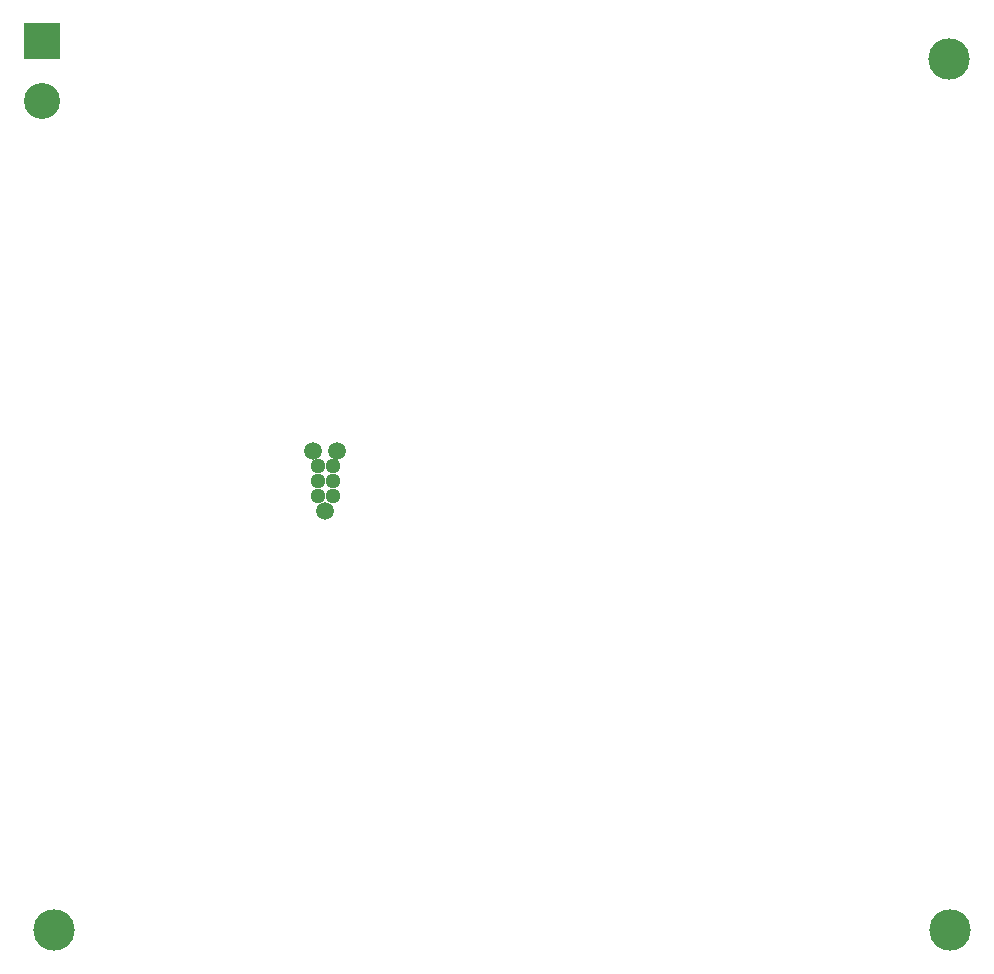
<source format=gbs>
G04 (created by PCBNEW (2013-04-21 BZR 4107)-testing) date Thursday, 13 June 2013 16:51:55*
%MOIN*%
G04 Gerber Fmt 3.4, Leading zero omitted, Abs format*
%FSLAX34Y34*%
G01*
G70*
G90*
G04 APERTURE LIST*
%ADD10C,2.3622e-06*%
%ADD11R,0.12X0.12*%
%ADD12C,0.12*%
%ADD13C,0.0592*%
%ADD14C,0.0509*%
%ADD15C,0.1381*%
G04 APERTURE END LIST*
G54D10*
G54D11*
X63385Y-48212D03*
G54D12*
X63385Y-50212D03*
G54D13*
X72434Y-61893D03*
X73234Y-61893D03*
G54D14*
X73084Y-63393D03*
X73084Y-62893D03*
X73084Y-62393D03*
X72584Y-62393D03*
X72584Y-62893D03*
X72584Y-63393D03*
G54D13*
X72834Y-63893D03*
G54D15*
X93622Y-48819D03*
X63779Y-77854D03*
X93660Y-77854D03*
M02*

</source>
